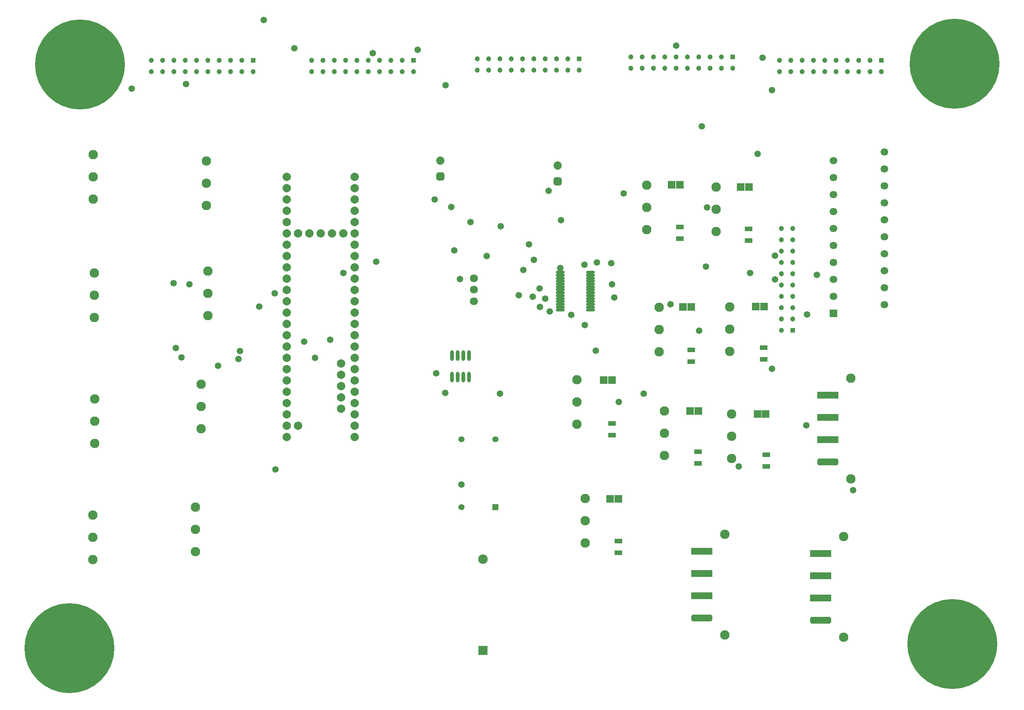
<source format=gts>
G04*
G04 #@! TF.GenerationSoftware,Altium Limited,Altium Designer,25.8.1 (18)*
G04*
G04 Layer_Color=8388736*
%FSLAX44Y44*%
%MOMM*%
G71*
G04*
G04 #@! TF.SameCoordinates,B6236AAD-9B2A-438F-8993-29755F72C1A3*
G04*
G04*
G04 #@! TF.FilePolarity,Negative*
G04*
G01*
G75*
G04:AMPARAMS|DCode=21|XSize=1.6032mm|YSize=4.7032mm|CornerRadius=0.4516mm|HoleSize=0mm|Usage=FLASHONLY|Rotation=90.000|XOffset=0mm|YOffset=0mm|HoleType=Round|Shape=RoundedRectangle|*
%AMROUNDEDRECTD21*
21,1,1.6032,3.8000,0,0,90.0*
21,1,0.7000,4.7032,0,0,90.0*
1,1,0.9032,1.9000,0.3500*
1,1,0.9032,1.9000,-0.3500*
1,1,0.9032,-1.9000,-0.3500*
1,1,0.9032,-1.9000,0.3500*
%
%ADD21ROUNDEDRECTD21*%
%ADD22O,2.0032X0.6532*%
%ADD23O,0.8032X2.4032*%
%ADD24R,1.8032X1.0532*%
%ADD25R,1.7032X1.7532*%
%ADD26R,4.7032X1.6032*%
%ADD27C,1.3612*%
%ADD28R,1.3612X1.3612*%
%ADD29R,1.1350X1.1350*%
%ADD30C,1.1350*%
%ADD31C,1.8682*%
%ADD32C,2.1450*%
%ADD33C,2.1032*%
%ADD34C,1.7000*%
%ADD35C,1.8032*%
G04:AMPARAMS|DCode=36|XSize=1.8532mm|YSize=1.8532mm|CornerRadius=0.5141mm|HoleSize=0mm|Usage=FLASHONLY|Rotation=90.000|XOffset=0mm|YOffset=0mm|HoleType=Round|Shape=RoundedRectangle|*
%AMROUNDEDRECTD36*
21,1,1.8532,0.8250,0,0,90.0*
21,1,0.8250,1.8532,0,0,90.0*
1,1,1.0282,0.4125,0.4125*
1,1,1.0282,0.4125,-0.4125*
1,1,1.0282,-0.4125,-0.4125*
1,1,1.0282,-0.4125,0.4125*
%
%ADD36ROUNDEDRECTD36*%
%ADD37R,1.7000X1.7000*%
%ADD38R,2.1450X2.1450*%
%ADD39C,1.8532*%
%ADD40R,1.1350X1.1350*%
%ADD41C,1.4732*%
%ADD42C,20.2032*%
D21*
X1846580Y552780D02*
D03*
X1563940Y201860D02*
D03*
X1830640Y196780D02*
D03*
D22*
X1246160Y978240D02*
D03*
X1314160Y900240D02*
D03*
Y893740D02*
D03*
Y913240D02*
D03*
Y919740D02*
D03*
Y926240D02*
D03*
Y932740D02*
D03*
Y939240D02*
D03*
Y945740D02*
D03*
Y952240D02*
D03*
Y958740D02*
D03*
Y965240D02*
D03*
Y971740D02*
D03*
Y978240D02*
D03*
X1246160Y893740D02*
D03*
Y900240D02*
D03*
Y906740D02*
D03*
Y913240D02*
D03*
Y919740D02*
D03*
Y926240D02*
D03*
Y932740D02*
D03*
Y939240D02*
D03*
Y945740D02*
D03*
Y952240D02*
D03*
Y958740D02*
D03*
Y971740D02*
D03*
Y965240D02*
D03*
X1314160Y906740D02*
D03*
D23*
X1016000Y743080D02*
D03*
X1003300D02*
D03*
X1028700D02*
D03*
X1041400D02*
D03*
X1003300Y791080D02*
D03*
X1016000D02*
D03*
X1028700D02*
D03*
X1041400D02*
D03*
D24*
X1555750Y549360D02*
D03*
Y575860D02*
D03*
X1703070Y783040D02*
D03*
Y809540D02*
D03*
X1376680Y348700D02*
D03*
Y375200D02*
D03*
X1668780Y1049740D02*
D03*
Y1076240D02*
D03*
X1708807Y542346D02*
D03*
Y568846D02*
D03*
X1515110Y1053550D02*
D03*
Y1080050D02*
D03*
X1540510Y777960D02*
D03*
Y804460D02*
D03*
X1362710Y612860D02*
D03*
Y639360D02*
D03*
D25*
X1669500Y1169670D02*
D03*
X1651000D02*
D03*
X1703430Y901700D02*
D03*
X1684930D02*
D03*
X1556110Y666750D02*
D03*
X1537610D02*
D03*
X1707296Y660323D02*
D03*
X1688796D02*
D03*
X1514560Y1174750D02*
D03*
X1496060D02*
D03*
X1539960Y900430D02*
D03*
X1521460D02*
D03*
X1362160Y736600D02*
D03*
X1343660D02*
D03*
X1376680Y469900D02*
D03*
X1358180D02*
D03*
D26*
X1830640Y296780D02*
D03*
Y246780D02*
D03*
Y346780D02*
D03*
X1846580Y702780D02*
D03*
X1563940Y351860D02*
D03*
Y251860D02*
D03*
Y301860D02*
D03*
X1846580Y602780D02*
D03*
Y652780D02*
D03*
D27*
X1024890Y450850D02*
D03*
Y603250D02*
D03*
X1101090D02*
D03*
D28*
Y450850D02*
D03*
D29*
X1967230Y1454150D02*
D03*
X916940D02*
D03*
X557530D02*
D03*
X1289050Y1457960D02*
D03*
X1633220Y1461770D02*
D03*
D30*
X1941830Y1454150D02*
D03*
X1916430D02*
D03*
X1891030D02*
D03*
X1865630D02*
D03*
X1840230D02*
D03*
X1814830D02*
D03*
X1738630D02*
D03*
X1967230Y1428750D02*
D03*
X1941830D02*
D03*
X1916430D02*
D03*
X1891030D02*
D03*
X1865630D02*
D03*
X1840230D02*
D03*
X1814830D02*
D03*
X1789430D02*
D03*
X1764030D02*
D03*
X1738630D02*
D03*
X1789430Y1454150D02*
D03*
X1764030D02*
D03*
X688340Y1428750D02*
D03*
X713740D02*
D03*
X739140D02*
D03*
X764540D02*
D03*
X789940D02*
D03*
X815340D02*
D03*
X840740D02*
D03*
X866140D02*
D03*
X891540D02*
D03*
X916940D02*
D03*
X688340Y1454150D02*
D03*
X713740D02*
D03*
X739140D02*
D03*
X764540D02*
D03*
X789940D02*
D03*
X815340D02*
D03*
X840740D02*
D03*
X866140D02*
D03*
X891540D02*
D03*
X328930Y1428750D02*
D03*
X354330D02*
D03*
X379730D02*
D03*
X405130D02*
D03*
X430530D02*
D03*
X455930D02*
D03*
X481330D02*
D03*
X506730D02*
D03*
X532130D02*
D03*
X557530D02*
D03*
X328930Y1454150D02*
D03*
X354330D02*
D03*
X379730D02*
D03*
X405130D02*
D03*
X430530D02*
D03*
X455930D02*
D03*
X481330D02*
D03*
X506730D02*
D03*
X532130D02*
D03*
X1060450Y1432560D02*
D03*
X1085850D02*
D03*
X1111250D02*
D03*
X1136650D02*
D03*
X1162050D02*
D03*
X1187450D02*
D03*
X1212850D02*
D03*
X1238250D02*
D03*
X1263650D02*
D03*
X1289050D02*
D03*
X1060450Y1457960D02*
D03*
X1085850D02*
D03*
X1111250D02*
D03*
X1136650D02*
D03*
X1162050D02*
D03*
X1187450D02*
D03*
X1212850D02*
D03*
X1238250D02*
D03*
X1263650D02*
D03*
X1742440Y1076960D02*
D03*
Y1051560D02*
D03*
Y1026160D02*
D03*
Y1000760D02*
D03*
Y975360D02*
D03*
Y949960D02*
D03*
Y924560D02*
D03*
Y899160D02*
D03*
Y873760D02*
D03*
Y848360D02*
D03*
X1767840Y1076960D02*
D03*
Y1051560D02*
D03*
Y1026160D02*
D03*
Y1000760D02*
D03*
Y975360D02*
D03*
Y949960D02*
D03*
Y924560D02*
D03*
Y899160D02*
D03*
Y873760D02*
D03*
X1404620Y1436370D02*
D03*
X1430020D02*
D03*
X1455420D02*
D03*
X1480820D02*
D03*
X1506220D02*
D03*
X1531620D02*
D03*
X1557020D02*
D03*
X1582420D02*
D03*
X1607820D02*
D03*
X1633220D02*
D03*
X1404620Y1461770D02*
D03*
X1430020D02*
D03*
X1455420D02*
D03*
X1480820D02*
D03*
X1506220D02*
D03*
X1531620D02*
D03*
X1557020D02*
D03*
X1582420D02*
D03*
X1607820D02*
D03*
D31*
X657860Y1065530D02*
D03*
X683260D02*
D03*
X759460D02*
D03*
X754360Y697230D02*
D03*
X632460Y989330D02*
D03*
X754360Y671830D02*
D03*
X632460Y608330D02*
D03*
X754360Y722630D02*
D03*
X784860Y633730D02*
D03*
Y963930D02*
D03*
X708660Y1065530D02*
D03*
X754360Y773430D02*
D03*
Y748030D02*
D03*
X632460Y963930D02*
D03*
X784860Y608330D02*
D03*
X632460Y633730D02*
D03*
X657860D02*
D03*
X632460Y659130D02*
D03*
X734060Y1065530D02*
D03*
X632460Y1014730D02*
D03*
Y1040130D02*
D03*
Y1065530D02*
D03*
Y1090930D02*
D03*
Y1116330D02*
D03*
Y1141730D02*
D03*
Y1167130D02*
D03*
Y1192530D02*
D03*
X784860D02*
D03*
Y1167130D02*
D03*
Y1141730D02*
D03*
Y1116330D02*
D03*
Y1090930D02*
D03*
Y1065530D02*
D03*
Y1040130D02*
D03*
Y1014730D02*
D03*
Y989330D02*
D03*
X632460Y684530D02*
D03*
Y709930D02*
D03*
Y735330D02*
D03*
Y760730D02*
D03*
Y786130D02*
D03*
Y811530D02*
D03*
Y836930D02*
D03*
Y862330D02*
D03*
Y887730D02*
D03*
Y913130D02*
D03*
Y938530D02*
D03*
X784860D02*
D03*
Y913130D02*
D03*
Y887730D02*
D03*
Y862330D02*
D03*
Y836930D02*
D03*
Y811530D02*
D03*
Y786130D02*
D03*
Y760730D02*
D03*
Y735330D02*
D03*
Y709930D02*
D03*
Y684530D02*
D03*
Y659130D02*
D03*
D32*
X1073150Y333930D02*
D03*
D33*
X440690Y677380D02*
D03*
X452120Y1128560D02*
D03*
X198120Y1142530D02*
D03*
X455930Y880910D02*
D03*
X200660Y877100D02*
D03*
X440690Y627380D02*
D03*
X201390Y593890D02*
D03*
X427450Y351320D02*
D03*
X197580Y333540D02*
D03*
X1882140Y158780D02*
D03*
Y384780D02*
D03*
X198120Y1242530D02*
D03*
X452120Y1228560D02*
D03*
X455930Y980910D02*
D03*
X200660Y977100D02*
D03*
X440690Y727380D02*
D03*
X201390Y693890D02*
D03*
X427450Y451320D02*
D03*
X197580Y433540D02*
D03*
X1615440Y389860D02*
D03*
Y163860D02*
D03*
X1898080Y740780D02*
D03*
Y514780D02*
D03*
X1596390Y1170140D02*
D03*
Y1120140D02*
D03*
Y1070140D02*
D03*
X1626330Y900900D02*
D03*
Y850900D02*
D03*
Y800900D02*
D03*
X1480280Y667220D02*
D03*
Y617220D02*
D03*
Y567220D02*
D03*
X1630680Y660070D02*
D03*
Y610070D02*
D03*
Y560070D02*
D03*
X1440180Y1173950D02*
D03*
Y1123950D02*
D03*
Y1073950D02*
D03*
X1468120Y900100D02*
D03*
Y850100D02*
D03*
Y800100D02*
D03*
X1283970Y737070D02*
D03*
Y687070D02*
D03*
Y637070D02*
D03*
X1302480Y470370D02*
D03*
Y420370D02*
D03*
Y370370D02*
D03*
X452120Y1178560D02*
D03*
X455930Y930910D02*
D03*
X427450Y401320D02*
D03*
X200660Y927100D02*
D03*
X201390Y643890D02*
D03*
X197580Y383540D02*
D03*
X198120Y1192530D02*
D03*
D34*
X1859280Y962660D02*
D03*
Y1115060D02*
D03*
Y924560D02*
D03*
X1973280Y1248360D02*
D03*
Y1210260D02*
D03*
Y1172160D02*
D03*
Y1134060D02*
D03*
Y1095960D02*
D03*
Y1057860D02*
D03*
Y1019760D02*
D03*
Y981660D02*
D03*
Y943560D02*
D03*
Y905460D02*
D03*
X1859280Y1229360D02*
D03*
Y1191260D02*
D03*
Y1153160D02*
D03*
Y1076960D02*
D03*
Y1038860D02*
D03*
Y1000760D02*
D03*
D35*
X1052830Y964800D02*
D03*
Y913800D02*
D03*
Y939800D02*
D03*
D36*
X1240790Y1182930D02*
D03*
X976860Y1194080D02*
D03*
D37*
X1859280Y886460D02*
D03*
D38*
X1073150Y129030D02*
D03*
D39*
X1240790Y1217930D02*
D03*
X976860Y1229080D02*
D03*
D40*
X1767840Y848360D02*
D03*
D41*
X1727962Y1016254D02*
D03*
X1008126Y1027938D02*
D03*
X1800352Y883802D02*
D03*
X1727962Y962660D02*
D03*
X1246160Y988314D02*
D03*
X988060Y707390D02*
D03*
X1721612Y1387602D02*
D03*
X1153160Y926864D02*
D03*
X989076Y1398270D02*
D03*
X1903476Y488950D02*
D03*
X1021334Y963676D02*
D03*
X1024890Y501720D02*
D03*
X1184910Y923703D02*
D03*
X1186942Y1006204D02*
D03*
X1672336Y976884D02*
D03*
X1573022Y991108D02*
D03*
X1163320Y983852D02*
D03*
X1300480Y995680D02*
D03*
X759206Y976630D02*
D03*
X1110742Y705866D02*
D03*
X1433068D02*
D03*
X1558290Y847090D02*
D03*
X414020Y951230D02*
D03*
X1689354Y1244092D02*
D03*
X383540Y808482D02*
D03*
X695960Y786130D02*
D03*
X1721612Y761746D02*
D03*
X1822450Y973074D02*
D03*
X1377950Y687070D02*
D03*
X1646428Y542346D02*
D03*
X1700276Y1460246D02*
D03*
X1271270Y882650D02*
D03*
X1176020Y1041488D02*
D03*
X1301750Y860260D02*
D03*
X1222756Y890198D02*
D03*
X1493774Y906272D02*
D03*
X1200150Y942340D02*
D03*
X606806Y535940D02*
D03*
X284226Y1390650D02*
D03*
X605536Y930910D02*
D03*
X478536Y768604D02*
D03*
X1248410Y1095756D02*
D03*
X1220470Y1161542D02*
D03*
X1200703Y900358D02*
D03*
X1212735Y919365D02*
D03*
X967740Y751586D02*
D03*
X825508Y1470406D02*
D03*
X1367790Y922020D02*
D03*
X1360932Y999236D02*
D03*
X1362300Y951230D02*
D03*
X832866Y1002030D02*
D03*
X1328166Y1000976D02*
D03*
X1081024Y1014730D02*
D03*
X964692Y1141730D02*
D03*
X396240Y787654D02*
D03*
X406400Y1400810D02*
D03*
X527304Y801878D02*
D03*
X524256Y784098D02*
D03*
X570992Y901192D02*
D03*
X730250Y826770D02*
D03*
X378460Y953770D02*
D03*
X1325626Y802132D02*
D03*
X926592Y1478026D02*
D03*
X1798320Y635000D02*
D03*
X671068Y822960D02*
D03*
X1575816Y1123950D02*
D03*
X1112520Y1082294D02*
D03*
X1044702Y1090930D02*
D03*
X1001268Y1125220D02*
D03*
X1564132Y1306068D02*
D03*
X649675Y1481582D02*
D03*
X1506220Y1487170D02*
D03*
X581152Y1545082D02*
D03*
X1388872Y1155954D02*
D03*
D42*
X168910Y1445260D02*
D03*
X2125980Y143510D02*
D03*
X2131060Y1446530D02*
D03*
X144780Y134620D02*
D03*
M02*

</source>
